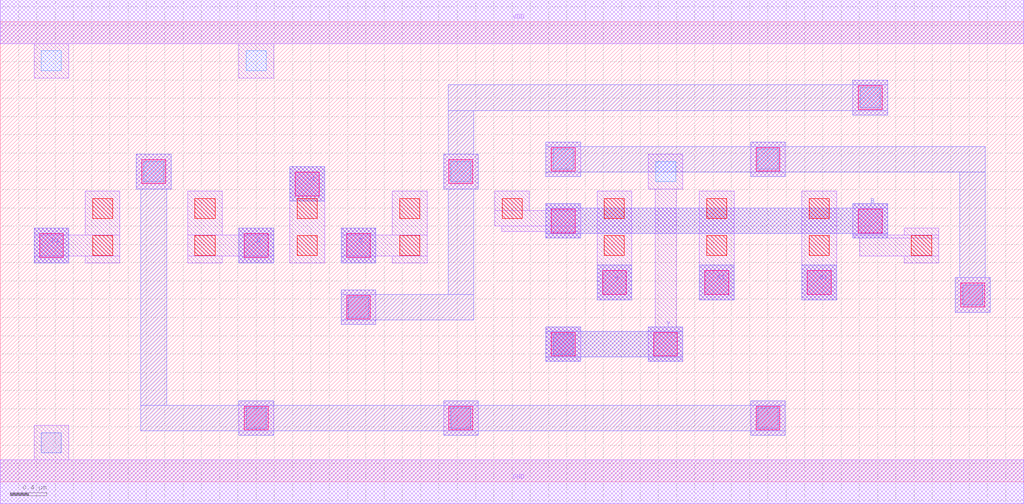
<source format=lef>
MACRO AAOAI2222
 CLASS CORE ;
 FOREIGN AAOAI2222 0 0 ;
 SIZE 11.200000000000001 BY 5.04 ;
 ORIGIN 0 0 ;
 SYMMETRY X Y R90 ;
 SITE unit ;
  PIN VDD
   DIRECTION INOUT ;
   USE POWER ;
   SHAPE ABUTMENT ;
    PORT
     CLASS CORE ;
       LAYER met1 ;
        RECT 0.00000000 4.80000000 11.20000000 5.28000000 ;
    END
  END VDD

  PIN GND
   DIRECTION INOUT ;
   USE POWER ;
   SHAPE ABUTMENT ;
    PORT
     CLASS CORE ;
       LAYER met1 ;
        RECT 0.00000000 -0.24000000 11.20000000 0.24000000 ;
    END
  END GND

  PIN Y
   DIRECTION INOUT ;
   USE SIGNAL ;
   SHAPE ABUTMENT ;
    PORT
     CLASS CORE ;
       LAYER met2 ;
        RECT 5.97000000 1.31700000 6.35000000 1.36700000 ;
        RECT 7.09000000 1.31700000 7.47000000 1.36700000 ;
        RECT 5.97000000 1.36700000 7.47000000 1.64700000 ;
        RECT 5.97000000 1.64700000 6.35000000 1.69700000 ;
        RECT 7.09000000 1.64700000 7.47000000 1.69700000 ;
    END
  END Y

  PIN A1
   DIRECTION INOUT ;
   USE SIGNAL ;
   SHAPE ABUTMENT ;
    PORT
     CLASS CORE ;
       LAYER met2 ;
        RECT 7.65000000 1.99200000 8.03000000 2.37200000 ;
    END
  END A1

  PIN B1
   DIRECTION INOUT ;
   USE SIGNAL ;
   SHAPE ABUTMENT ;
    PORT
     CLASS CORE ;
       LAYER met2 ;
        RECT 8.77000000 1.99200000 9.15000000 2.37200000 ;
    END
  END B1

  PIN C
   DIRECTION INOUT ;
   USE SIGNAL ;
   SHAPE ABUTMENT ;
    PORT
     CLASS CORE ;
       LAYER met2 ;
        RECT 3.73000000 2.39700000 4.11000000 2.77700000 ;
    END
  END C

  PIN D
   DIRECTION INOUT ;
   USE SIGNAL ;
   SHAPE ABUTMENT ;
    PORT
     CLASS CORE ;
       LAYER met2 ;
        RECT 2.61000000 2.39700000 2.99000000 2.77700000 ;
    END
  END D

  PIN D1
   DIRECTION INOUT ;
   USE SIGNAL ;
   SHAPE ABUTMENT ;
    PORT
     CLASS CORE ;
       LAYER met2 ;
        RECT 0.37000000 2.39700000 0.75000000 2.77700000 ;
    END
  END D1

  PIN A
   DIRECTION INOUT ;
   USE SIGNAL ;
   SHAPE ABUTMENT ;
    PORT
     CLASS CORE ;
       LAYER met2 ;
        RECT 6.53000000 1.99200000 6.91000000 2.37200000 ;
    END
  END A

  PIN B
   DIRECTION INOUT ;
   USE SIGNAL ;
   SHAPE ABUTMENT ;
    PORT
     CLASS CORE ;
       LAYER met2 ;
        RECT 5.97000000 2.66700000 6.35000000 2.71700000 ;
        RECT 9.33000000 2.66700000 9.71000000 2.71700000 ;
        RECT 5.97000000 2.71700000 9.71000000 2.99700000 ;
        RECT 5.97000000 2.99700000 6.35000000 3.04700000 ;
        RECT 9.33000000 2.99700000 9.71000000 3.04700000 ;
    END
  END B

  PIN C1
   DIRECTION INOUT ;
   USE SIGNAL ;
   SHAPE ABUTMENT ;
    PORT
     CLASS CORE ;
       LAYER met2 ;
        RECT 3.17000000 3.07200000 3.55000000 3.45200000 ;
    END
  END C1

 OBS
    LAYER polycont ;
     RECT 1.01000000 2.47700000 1.23000000 2.69700000 ;
     RECT 2.13000000 2.47700000 2.35000000 2.69700000 ;
     RECT 3.25000000 2.47700000 3.47000000 2.69700000 ;
     RECT 4.37000000 2.47700000 4.59000000 2.69700000 ;
     RECT 6.61000000 2.47700000 6.83000000 2.69700000 ;
     RECT 7.73000000 2.47700000 7.95000000 2.69700000 ;
     RECT 8.85000000 2.47700000 9.07000000 2.69700000 ;
     RECT 9.97000000 2.47700000 10.19000000 2.69700000 ;
     RECT 1.01000000 2.88200000 1.23000000 3.10200000 ;
     RECT 2.13000000 2.88200000 2.35000000 3.10200000 ;
     RECT 3.25000000 2.88200000 3.47000000 3.10200000 ;
     RECT 4.37000000 2.88200000 4.59000000 3.10200000 ;
     RECT 5.49000000 2.88200000 5.71000000 3.10200000 ;
     RECT 6.61000000 2.88200000 6.83000000 3.10200000 ;
     RECT 7.73000000 2.88200000 7.95000000 3.10200000 ;
     RECT 8.85000000 2.88200000 9.07000000 3.10200000 ;

    LAYER pdiffc ;
     RECT 1.57000000 3.28700000 1.79000000 3.50700000 ;
     RECT 4.93000000 3.28700000 5.15000000 3.50700000 ;
     RECT 7.17000000 3.28700000 7.39000000 3.50700000 ;
     RECT 6.05000000 3.42200000 6.27000000 3.64200000 ;
     RECT 8.29000000 3.42200000 8.51000000 3.64200000 ;
     RECT 9.41000000 4.09700000 9.63000000 4.31700000 ;
     RECT 0.45000000 4.50200000 0.67000000 4.72200000 ;
     RECT 2.69000000 4.50200000 2.91000000 4.72200000 ;

    LAYER ndiffc ;
     RECT 0.45000000 0.31700000 0.67000000 0.53700000 ;
     RECT 2.69000000 0.58700000 2.91000000 0.80700000 ;
     RECT 4.93000000 0.58700000 5.15000000 0.80700000 ;
     RECT 8.29000000 0.58700000 8.51000000 0.80700000 ;
     RECT 6.05000000 1.39700000 6.27000000 1.61700000 ;
     RECT 3.81000000 1.80200000 4.03000000 2.02200000 ;
     RECT 10.53000000 1.93700000 10.75000000 2.15700000 ;

    LAYER met1 ;
     RECT 0.00000000 -0.24000000 11.20000000 0.24000000 ;
     RECT 0.37000000 0.24000000 0.75000000 0.61700000 ;
     RECT 2.61000000 0.50700000 2.99000000 0.88700000 ;
     RECT 4.85000000 0.50700000 5.23000000 0.88700000 ;
     RECT 8.21000000 0.50700000 8.59000000 0.88700000 ;
     RECT 5.97000000 1.31700000 6.35000000 1.69700000 ;
     RECT 3.73000000 1.72200000 4.11000000 2.10200000 ;
     RECT 10.45000000 1.85700000 10.83000000 2.23700000 ;
     RECT 9.89000000 2.39700000 10.27000000 2.47200000 ;
     RECT 9.40500000 2.47200000 10.27000000 2.66700000 ;
     RECT 9.33000000 2.66700000 10.27000000 2.70200000 ;
     RECT 9.89000000 2.70200000 10.27000000 2.77700000 ;
     RECT 9.33000000 2.70200000 9.71000000 3.04700000 ;
     RECT 0.37000000 2.39700000 0.75000000 2.47200000 ;
     RECT 0.93000000 2.39700000 1.31000000 2.47200000 ;
     RECT 0.37000000 2.47200000 1.31000000 2.70200000 ;
     RECT 0.37000000 2.70200000 0.75000000 2.77700000 ;
     RECT 0.93000000 2.70200000 1.31000000 3.18200000 ;
     RECT 2.05000000 2.39700000 2.43000000 2.47200000 ;
     RECT 2.61000000 2.39700000 2.99000000 2.47200000 ;
     RECT 2.05000000 2.47200000 2.99000000 2.70200000 ;
     RECT 2.61000000 2.70200000 2.99000000 2.77700000 ;
     RECT 2.05000000 2.70200000 2.43000000 3.18200000 ;
     RECT 3.73000000 2.39700000 4.11000000 2.47200000 ;
     RECT 4.29000000 2.39700000 4.67000000 2.47200000 ;
     RECT 3.73000000 2.47200000 4.67000000 2.70200000 ;
     RECT 3.73000000 2.70200000 4.11000000 2.77700000 ;
     RECT 4.29000000 2.70200000 4.67000000 3.18200000 ;
     RECT 5.97000000 2.66700000 6.35000000 2.74200000 ;
     RECT 5.48500000 2.74200000 6.35000000 2.80200000 ;
     RECT 5.41000000 2.80200000 6.35000000 2.97200000 ;
     RECT 5.97000000 2.97200000 6.35000000 3.04700000 ;
     RECT 5.41000000 2.97200000 5.79000000 3.18200000 ;
     RECT 6.53000000 1.99200000 6.91000000 3.18200000 ;
     RECT 7.65000000 1.99200000 8.03000000 3.18200000 ;
     RECT 8.77000000 1.99200000 9.15000000 3.18200000 ;
     RECT 3.17000000 2.39700000 3.55000000 3.45200000 ;
     RECT 1.49000000 3.20700000 1.87000000 3.58700000 ;
     RECT 4.85000000 3.20700000 5.23000000 3.58700000 ;
     RECT 7.09000000 1.31700000 7.47000000 1.69700000 ;
     RECT 7.16500000 1.69700000 7.39500000 3.20700000 ;
     RECT 7.09000000 3.20700000 7.47000000 3.58700000 ;
     RECT 5.97000000 3.34200000 6.35000000 3.72200000 ;
     RECT 8.21000000 3.34200000 8.59000000 3.72200000 ;
     RECT 9.33000000 4.01700000 9.71000000 4.39700000 ;
     RECT 0.37000000 4.42200000 0.75000000 4.80000000 ;
     RECT 2.61000000 4.42200000 2.99000000 4.80000000 ;
     RECT 0.00000000 4.80000000 11.20000000 5.28000000 ;

    LAYER via1 ;
     RECT 2.67000000 0.56700000 2.93000000 0.82700000 ;
     RECT 4.91000000 0.56700000 5.17000000 0.82700000 ;
     RECT 8.27000000 0.56700000 8.53000000 0.82700000 ;
     RECT 6.03000000 1.37700000 6.29000000 1.63700000 ;
     RECT 7.15000000 1.37700000 7.41000000 1.63700000 ;
     RECT 3.79000000 1.78200000 4.05000000 2.04200000 ;
     RECT 10.51000000 1.91700000 10.77000000 2.17700000 ;
     RECT 6.59000000 2.05200000 6.85000000 2.31200000 ;
     RECT 7.71000000 2.05200000 7.97000000 2.31200000 ;
     RECT 8.83000000 2.05200000 9.09000000 2.31200000 ;
     RECT 0.43000000 2.45700000 0.69000000 2.71700000 ;
     RECT 2.67000000 2.45700000 2.93000000 2.71700000 ;
     RECT 3.79000000 2.45700000 4.05000000 2.71700000 ;
     RECT 6.03000000 2.72700000 6.29000000 2.98700000 ;
     RECT 9.39000000 2.72700000 9.65000000 2.98700000 ;
     RECT 3.23000000 3.13200000 3.49000000 3.39200000 ;
     RECT 1.55000000 3.26700000 1.81000000 3.52700000 ;
     RECT 4.91000000 3.26700000 5.17000000 3.52700000 ;
     RECT 6.03000000 3.40200000 6.29000000 3.66200000 ;
     RECT 8.27000000 3.40200000 8.53000000 3.66200000 ;
     RECT 9.39000000 4.07700000 9.65000000 4.33700000 ;

    LAYER met2 ;
     RECT 5.97000000 1.31700000 6.35000000 1.36700000 ;
     RECT 7.09000000 1.31700000 7.47000000 1.36700000 ;
     RECT 5.97000000 1.36700000 7.47000000 1.64700000 ;
     RECT 5.97000000 1.64700000 6.35000000 1.69700000 ;
     RECT 7.09000000 1.64700000 7.47000000 1.69700000 ;
     RECT 6.53000000 1.99200000 6.91000000 2.37200000 ;
     RECT 7.65000000 1.99200000 8.03000000 2.37200000 ;
     RECT 8.77000000 1.99200000 9.15000000 2.37200000 ;
     RECT 0.37000000 2.39700000 0.75000000 2.77700000 ;
     RECT 2.61000000 2.39700000 2.99000000 2.77700000 ;
     RECT 3.73000000 2.39700000 4.11000000 2.77700000 ;
     RECT 5.97000000 2.66700000 6.35000000 2.71700000 ;
     RECT 9.33000000 2.66700000 9.71000000 2.71700000 ;
     RECT 5.97000000 2.71700000 9.71000000 2.99700000 ;
     RECT 5.97000000 2.99700000 6.35000000 3.04700000 ;
     RECT 9.33000000 2.99700000 9.71000000 3.04700000 ;
     RECT 3.17000000 3.07200000 3.55000000 3.45200000 ;
     RECT 2.61000000 0.50700000 2.99000000 0.55700000 ;
     RECT 4.85000000 0.50700000 5.23000000 0.55700000 ;
     RECT 8.21000000 0.50700000 8.59000000 0.55700000 ;
     RECT 1.54000000 0.55700000 8.59000000 0.83700000 ;
     RECT 2.61000000 0.83700000 2.99000000 0.88700000 ;
     RECT 4.85000000 0.83700000 5.23000000 0.88700000 ;
     RECT 8.21000000 0.83700000 8.59000000 0.88700000 ;
     RECT 1.54000000 0.83700000 1.82000000 3.20700000 ;
     RECT 1.49000000 3.20700000 1.87000000 3.58700000 ;
     RECT 10.45000000 1.85700000 10.83000000 2.23700000 ;
     RECT 5.97000000 3.34200000 6.35000000 3.39200000 ;
     RECT 8.21000000 3.34200000 8.59000000 3.39200000 ;
     RECT 10.50000000 2.23700000 10.78000000 3.39200000 ;
     RECT 5.97000000 3.39200000 10.78000000 3.67200000 ;
     RECT 5.97000000 3.67200000 6.35000000 3.72200000 ;
     RECT 8.21000000 3.67200000 8.59000000 3.72200000 ;
     RECT 3.73000000 1.72200000 4.11000000 1.77200000 ;
     RECT 3.73000000 1.77200000 5.18000000 2.05200000 ;
     RECT 3.73000000 2.05200000 4.11000000 2.10200000 ;
     RECT 4.90000000 2.05200000 5.18000000 3.20700000 ;
     RECT 4.85000000 3.20700000 5.23000000 3.58700000 ;
     RECT 4.90000000 3.58700000 5.18000000 4.06700000 ;
     RECT 9.33000000 4.01700000 9.71000000 4.06700000 ;
     RECT 4.90000000 4.06700000 9.71000000 4.34700000 ;
     RECT 9.33000000 4.34700000 9.71000000 4.39700000 ;

 END
END AAOAI2222

</source>
